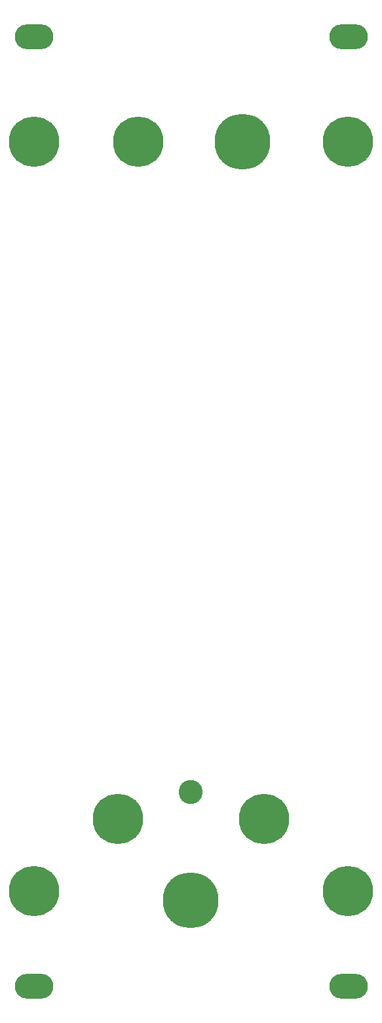
<source format=gts>
G04 #@! TF.FileFunction,Soldermask,Top*
%FSLAX46Y46*%
G04 Gerber Fmt 4.6, Leading zero omitted, Abs format (unit mm)*
G04 Created by KiCad (PCBNEW 4.0.5) date 07/14/17 20:39:28*
%MOMM*%
%LPD*%
G01*
G04 APERTURE LIST*
%ADD10C,0.100000*%
%ADD11C,6.502000*%
%ADD12C,7.202000*%
%ADD13O,5.002000X3.202000*%
%ADD14C,3.102000*%
G04 APERTURE END LIST*
D10*
D11*
X168744316Y-154000000D03*
X157937316Y-144635600D03*
X139065316Y-144635600D03*
X128251316Y-154000000D03*
X168744316Y-57267600D03*
X141701316Y-57303600D03*
X128251316Y-57303600D03*
D12*
X155180316Y-57267600D03*
X148500000Y-155200000D03*
D13*
X168865000Y-43750000D03*
X168865000Y-166250000D03*
X128225000Y-43750000D03*
X128225000Y-166250000D03*
D14*
X148453316Y-141191600D03*
M02*

</source>
